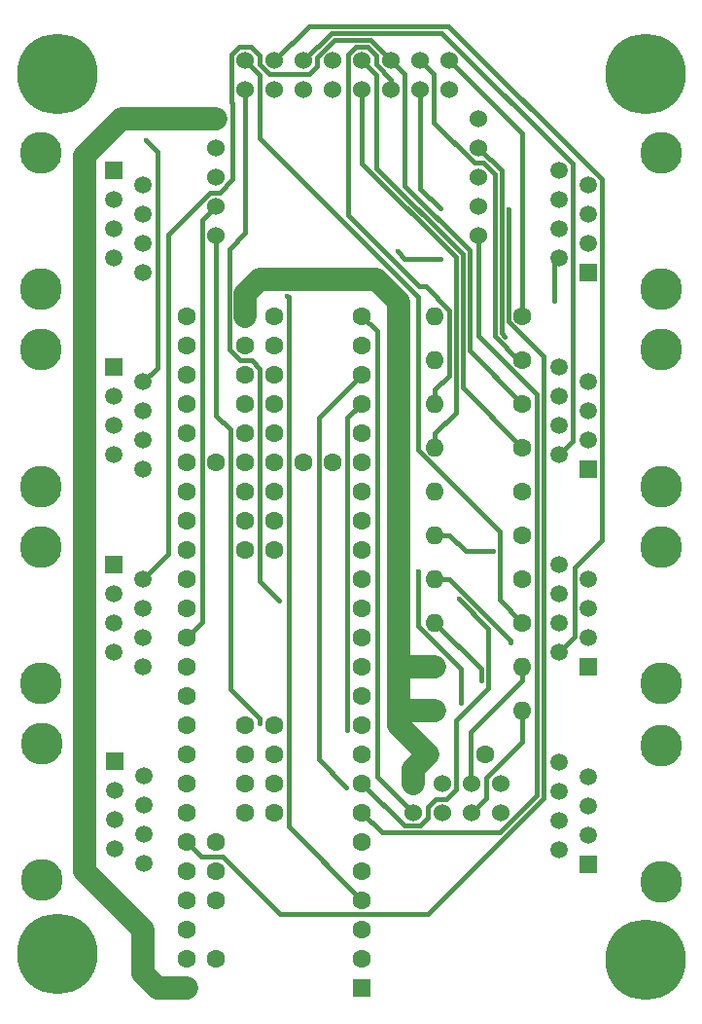
<source format=gtl>
G04 #@! TF.FileFunction,Copper,L1,Top,Signal*
%FSLAX46Y46*%
G04 Gerber Fmt 4.6, Leading zero omitted, Abs format (unit mm)*
G04 Created by KiCad (PCBNEW 4.0.6) date Thu May  4 15:18:22 2017*
%MOMM*%
%LPD*%
G01*
G04 APERTURE LIST*
%ADD10C,0.100000*%
%ADD11C,3.650000*%
%ADD12R,1.500000X1.500000*%
%ADD13C,1.500000*%
%ADD14C,7.000000*%
%ADD15C,1.600000*%
%ADD16R,1.600000X1.600000*%
%ADD17O,1.600000X1.600000*%
%ADD18C,1.524000*%
%ADD19C,0.400000*%
%ADD20C,0.400000*%
%ADD21C,2.000000*%
G04 APERTURE END LIST*
D10*
D11*
X181600000Y-118620000D03*
X181600000Y-130490000D03*
D12*
X175250000Y-129000000D03*
D13*
X172710000Y-127730000D03*
X175250000Y-126460000D03*
X172710000Y-125190000D03*
X175250000Y-123920000D03*
X172710000Y-122650000D03*
X175250000Y-121380000D03*
X172710000Y-120110000D03*
D14*
X180250000Y-60250000D03*
X180250000Y-137250000D03*
X129000000Y-60250000D03*
D11*
X127635000Y-78960000D03*
X127635000Y-67090000D03*
D12*
X133985000Y-68580000D03*
D13*
X136525000Y-69850000D03*
X133985000Y-71120000D03*
X136525000Y-72390000D03*
X133985000Y-73660000D03*
X136525000Y-74930000D03*
X133985000Y-76200000D03*
X136525000Y-77470000D03*
D11*
X127635000Y-96105000D03*
X127635000Y-84235000D03*
D12*
X133985000Y-85725000D03*
D13*
X136525000Y-86995000D03*
X133985000Y-88265000D03*
X136525000Y-89535000D03*
X133985000Y-90805000D03*
X136525000Y-92075000D03*
X133985000Y-93345000D03*
X136525000Y-94615000D03*
D11*
X127635000Y-113250000D03*
X127635000Y-101380000D03*
D12*
X133985000Y-102870000D03*
D13*
X136525000Y-104140000D03*
X133985000Y-105410000D03*
X136525000Y-106680000D03*
X133985000Y-107950000D03*
X136525000Y-109220000D03*
X133985000Y-110490000D03*
X136525000Y-111760000D03*
D11*
X127650000Y-130380000D03*
X127650000Y-118510000D03*
D12*
X134000000Y-120000000D03*
D13*
X136540000Y-121270000D03*
X134000000Y-122540000D03*
X136540000Y-123810000D03*
X134000000Y-125080000D03*
X136540000Y-126350000D03*
X134000000Y-127620000D03*
X136540000Y-128890000D03*
D11*
X181610000Y-67090000D03*
X181610000Y-78960000D03*
D12*
X175260000Y-77470000D03*
D13*
X172720000Y-76200000D03*
X175260000Y-74930000D03*
X172720000Y-73660000D03*
X175260000Y-72390000D03*
X172720000Y-71120000D03*
X175260000Y-69850000D03*
X172720000Y-68580000D03*
D11*
X181610000Y-84235000D03*
X181610000Y-96105000D03*
D12*
X175260000Y-94615000D03*
D13*
X172720000Y-93345000D03*
X175260000Y-92075000D03*
X172720000Y-90805000D03*
X175260000Y-89535000D03*
X172720000Y-88265000D03*
X175260000Y-86995000D03*
X172720000Y-85725000D03*
D11*
X181610000Y-101380000D03*
X181610000Y-113250000D03*
D12*
X175260000Y-111760000D03*
D13*
X172720000Y-110490000D03*
X175260000Y-109220000D03*
X172720000Y-107950000D03*
X175260000Y-106680000D03*
X172720000Y-105410000D03*
X175260000Y-104140000D03*
X172720000Y-102870000D03*
D15*
X155575000Y-99060000D03*
X155575000Y-96520000D03*
X155575000Y-93980000D03*
X155575000Y-91440000D03*
X155575000Y-101600000D03*
X155575000Y-104140000D03*
X155575000Y-106680000D03*
X155575000Y-88900000D03*
X155575000Y-86360000D03*
X155575000Y-83820000D03*
X155575000Y-81280000D03*
X153035000Y-93980000D03*
X150495000Y-93980000D03*
X147955000Y-93980000D03*
X145415000Y-93980000D03*
X142875000Y-93980000D03*
X140335000Y-81280000D03*
X140335000Y-83820000D03*
X140335000Y-86360000D03*
X140335000Y-88900000D03*
X140335000Y-91440000D03*
X140335000Y-93980000D03*
X140335000Y-96520000D03*
X140335000Y-99060000D03*
X155575000Y-109220000D03*
X155575000Y-111760000D03*
X155575000Y-114300000D03*
X155575000Y-116840000D03*
X155575000Y-119380000D03*
X155575000Y-121920000D03*
X155575000Y-124460000D03*
X155575000Y-127000000D03*
X155575000Y-129540000D03*
X155575000Y-132080000D03*
X155575000Y-134620000D03*
X155575000Y-137160000D03*
D16*
X155575000Y-139700000D03*
D15*
X140335000Y-101600000D03*
X140335000Y-104140000D03*
X140335000Y-106680000D03*
X140335000Y-109220000D03*
X140335000Y-111760000D03*
X140335000Y-114300000D03*
X140335000Y-116840000D03*
X140335000Y-119380000D03*
X140335000Y-121920000D03*
X140335000Y-124460000D03*
X140335000Y-127000000D03*
X140335000Y-129540000D03*
X140335000Y-132080000D03*
X140335000Y-134620000D03*
X140335000Y-137160000D03*
X140335000Y-139700000D03*
X142875000Y-137160000D03*
X142875000Y-132080000D03*
X142875000Y-129540000D03*
X142875000Y-127000000D03*
X147955000Y-124460000D03*
X147955000Y-121920000D03*
X147955000Y-119380000D03*
X147955000Y-116840000D03*
X147955000Y-101600000D03*
X147955000Y-99060000D03*
X147955000Y-96520000D03*
X147955000Y-91440000D03*
X147955000Y-88900000D03*
X147955000Y-86360000D03*
X147955000Y-83820000D03*
X147955000Y-81280000D03*
X145415000Y-81280000D03*
X145415000Y-83820000D03*
X145415000Y-86360000D03*
X145415000Y-88900000D03*
X145415000Y-91440000D03*
X145415000Y-96520000D03*
X145415000Y-99060000D03*
X145415000Y-101600000D03*
X145415000Y-116840000D03*
X145415000Y-119380000D03*
X145415000Y-121920000D03*
X145415000Y-124460000D03*
X169545000Y-85090000D03*
D17*
X161925000Y-85090000D03*
D15*
X169545000Y-88900000D03*
D17*
X161925000Y-88900000D03*
D15*
X169545000Y-92710000D03*
D17*
X161925000Y-92710000D03*
D15*
X169545000Y-96520000D03*
D17*
X161925000Y-96520000D03*
D15*
X169545000Y-100330000D03*
D17*
X161925000Y-100330000D03*
D15*
X169545000Y-104140000D03*
D17*
X161925000Y-104140000D03*
D15*
X169545000Y-107950000D03*
D17*
X161925000Y-107950000D03*
D18*
X167640000Y-124460000D03*
X167640000Y-121920000D03*
X165100000Y-124460000D03*
X165100000Y-121920000D03*
X162560000Y-124460000D03*
X162560000Y-121920000D03*
X160020000Y-124460000D03*
X160020000Y-121920000D03*
D14*
X129000000Y-136750000D03*
D15*
X169545000Y-81280000D03*
D17*
X161925000Y-81280000D03*
D18*
X142875000Y-64135000D03*
X142875000Y-66675000D03*
X142875000Y-69215000D03*
X142875000Y-71755000D03*
X142875000Y-74295000D03*
X165735000Y-64135000D03*
X165735000Y-66675000D03*
X165735000Y-69215000D03*
X165735000Y-71755000D03*
X165735000Y-74295000D03*
X163195000Y-61595000D03*
X163195000Y-59055000D03*
X160655000Y-61595000D03*
X160655000Y-59055000D03*
X158115000Y-61595000D03*
X158115000Y-59055000D03*
X155575000Y-61595000D03*
X155575000Y-59055000D03*
X153035000Y-61595000D03*
X153035000Y-59055000D03*
X150495000Y-61595000D03*
X150495000Y-59055000D03*
X147955000Y-61595000D03*
X147955000Y-59055000D03*
X145415000Y-61595000D03*
X145415000Y-59055000D03*
D15*
X161925000Y-111760000D03*
D17*
X169545000Y-111760000D03*
D15*
X161925000Y-115570000D03*
D17*
X169545000Y-115570000D03*
D15*
X161290000Y-119380000D03*
X166290000Y-119380000D03*
D19*
X146685000Y-116739400D03*
X168015300Y-83102100D03*
X163974400Y-105883000D03*
X149056200Y-79505300D03*
X168312100Y-71993600D03*
X162401700Y-71956200D03*
X162401700Y-76289600D03*
X158649400Y-75642800D03*
X136721700Y-65996600D03*
X158286000Y-76438900D03*
X172321900Y-79958800D03*
X166972200Y-101762200D03*
X168485200Y-109677200D03*
X165947200Y-113000900D03*
X148349900Y-106026400D03*
X154309600Y-117282800D03*
X154209000Y-122266700D03*
X164142600Y-114969400D03*
X160437500Y-103536400D03*
D20*
X146685000Y-116309800D02*
X146685000Y-116739400D01*
X144093700Y-113718500D02*
X146685000Y-116309800D01*
X144093700Y-91149900D02*
X144093700Y-113718500D01*
X142875000Y-89931200D02*
X144093700Y-91149900D01*
X142875000Y-74295000D02*
X142875000Y-89931200D01*
X167711800Y-82798600D02*
X168015300Y-83102100D01*
X167711800Y-68651800D02*
X167711800Y-82798600D01*
X165735000Y-66675000D02*
X167711800Y-68651800D01*
X159287100Y-125632100D02*
X155575000Y-121920000D01*
X160578800Y-125632100D02*
X159287100Y-125632100D01*
X161290100Y-124920800D02*
X160578800Y-125632100D01*
X161290100Y-124006200D02*
X161290100Y-124920800D01*
X161998700Y-123297600D02*
X161290100Y-124006200D01*
X162906100Y-123297600D02*
X161998700Y-123297600D01*
X163722400Y-122481300D02*
X162906100Y-123297600D01*
X163722400Y-116470200D02*
X163722400Y-122481300D01*
X166549400Y-113643200D02*
X163722400Y-116470200D01*
X166549400Y-108458000D02*
X166549400Y-113643200D01*
X163974400Y-105883000D02*
X166549400Y-108458000D01*
X157347400Y-126232400D02*
X155575000Y-124460000D01*
X167533500Y-126232400D02*
X157347400Y-126232400D01*
X170755700Y-123010200D02*
X167533500Y-126232400D01*
X170755700Y-88052500D02*
X170755700Y-123010200D01*
X165735000Y-83031800D02*
X170755700Y-88052500D01*
X165735000Y-74295000D02*
X165735000Y-83031800D01*
X149155400Y-79604500D02*
X149056200Y-79505300D01*
X149155400Y-125660400D02*
X149155400Y-79604500D01*
X155575000Y-132080000D02*
X149155400Y-125660400D01*
X141674600Y-107880400D02*
X140335000Y-109220000D01*
X141674700Y-107880400D02*
X141674600Y-107880400D01*
X141674700Y-72955300D02*
X141674700Y-107880400D01*
X142875000Y-71755000D02*
X141674700Y-72955300D01*
X168312200Y-71993600D02*
X168312100Y-71993600D01*
X168312200Y-81771500D02*
X168312200Y-71993600D01*
X171356100Y-84815400D02*
X168312200Y-81771500D01*
X171356100Y-123261100D02*
X171356100Y-84815400D01*
X161318600Y-133298600D02*
X171356100Y-123261100D01*
X148433800Y-133298600D02*
X161318600Y-133298600D01*
X143405200Y-128270000D02*
X148433800Y-133298600D01*
X141605000Y-128270000D02*
X143405200Y-128270000D01*
X140335000Y-127000000D02*
X141605000Y-128270000D01*
X169545000Y-65405000D02*
X169545000Y-81280000D01*
X163195000Y-59055000D02*
X169545000Y-65405000D01*
X160655000Y-70209500D02*
X162401700Y-71956200D01*
X160655000Y-61595000D02*
X160655000Y-70209500D01*
X159296200Y-76289600D02*
X158649400Y-75642800D01*
X162401700Y-76289600D02*
X159296200Y-76289600D01*
X169154300Y-85090000D02*
X169545000Y-85090000D01*
X167111500Y-83047200D02*
X169154300Y-85090000D01*
X167111500Y-68945400D02*
X167111500Y-83047200D01*
X166111100Y-67945000D02*
X167111500Y-68945400D01*
X165324700Y-67945000D02*
X166111100Y-67945000D01*
X161835600Y-64455900D02*
X165324700Y-67945000D01*
X161835600Y-60235600D02*
X161835600Y-64455900D01*
X160655000Y-59055000D02*
X161835600Y-60235600D01*
X137731600Y-85788400D02*
X136525000Y-86995000D01*
X137731600Y-67006500D02*
X137731600Y-85788400D01*
X136721700Y-65996600D02*
X137731600Y-67006500D01*
X161925000Y-88900000D02*
X161925000Y-87699700D01*
X154396000Y-72548900D02*
X158286000Y-76438900D01*
X154396000Y-58510800D02*
X154396000Y-72548900D01*
X155033000Y-57873800D02*
X154396000Y-58510800D01*
X156066900Y-57873800D02*
X155033000Y-57873800D01*
X156791100Y-58598000D02*
X156066900Y-57873800D01*
X156791100Y-59422000D02*
X156791100Y-58598000D01*
X158115000Y-60745900D02*
X156791100Y-59422000D01*
X158115000Y-61595000D02*
X158115000Y-60745900D01*
X163148100Y-86476600D02*
X161925000Y-87699700D01*
X163148100Y-80780500D02*
X163148100Y-86476600D01*
X161092600Y-78725000D02*
X163148100Y-80780500D01*
X160572100Y-78725000D02*
X161092600Y-78725000D01*
X158286000Y-76438900D02*
X160572100Y-78725000D01*
X159305500Y-60245500D02*
X158115000Y-59055000D01*
X159305500Y-69943300D02*
X159305500Y-60245500D01*
X164949300Y-75587100D02*
X159305500Y-69943300D01*
X164949300Y-84304300D02*
X164949300Y-75587100D01*
X169545000Y-88900000D02*
X164949300Y-84304300D01*
X156333400Y-57273400D02*
X158115000Y-59055000D01*
X153149200Y-57273400D02*
X156333400Y-57273400D01*
X151657400Y-58765200D02*
X153149200Y-57273400D01*
X151657400Y-59545200D02*
X151657400Y-58765200D01*
X150949200Y-60253400D02*
X151657400Y-59545200D01*
X147462500Y-60253400D02*
X150949200Y-60253400D01*
X146631100Y-59422000D02*
X147462500Y-60253400D01*
X146631100Y-58620100D02*
X146631100Y-59422000D01*
X145893800Y-57882800D02*
X146631100Y-58620100D01*
X144910800Y-57882800D02*
X145893800Y-57882800D01*
X144209100Y-58584500D02*
X144910800Y-57882800D01*
X144209100Y-62691100D02*
X144209100Y-58584500D01*
X144319300Y-62801300D02*
X144209100Y-62691100D01*
X144319300Y-69420000D02*
X144319300Y-62801300D01*
X143180100Y-70559200D02*
X144319300Y-69420000D01*
X142338000Y-70559200D02*
X143180100Y-70559200D01*
X138668600Y-74228600D02*
X142338000Y-70559200D01*
X138668600Y-101996400D02*
X138668600Y-74228600D01*
X136525000Y-104140000D02*
X138668600Y-101996400D01*
X163748400Y-89686300D02*
X161925000Y-91509700D01*
X163748400Y-76174000D02*
X163748400Y-89686300D01*
X155575000Y-68000600D02*
X163748400Y-76174000D01*
X155575000Y-61595000D02*
X155575000Y-68000600D01*
X161925000Y-92710000D02*
X161925000Y-91509700D01*
X156845000Y-60325000D02*
X155575000Y-59055000D01*
X156845000Y-68409000D02*
X156845000Y-60325000D01*
X164348900Y-75912900D02*
X156845000Y-68409000D01*
X164348900Y-87513900D02*
X164348900Y-75912900D01*
X169545000Y-92710000D02*
X164348900Y-87513900D01*
X172321900Y-76598100D02*
X172321900Y-79958800D01*
X172720000Y-76200000D02*
X172321900Y-76598100D01*
X164557500Y-101762200D02*
X166972200Y-101762200D01*
X163125300Y-100330000D02*
X164557500Y-101762200D01*
X161925000Y-100330000D02*
X163125300Y-100330000D01*
X173870400Y-92194600D02*
X172720000Y-93345000D01*
X173870400Y-68040400D02*
X173870400Y-92194600D01*
X162503100Y-56673100D02*
X173870400Y-68040400D01*
X152876900Y-56673100D02*
X162503100Y-56673100D01*
X150495000Y-59055000D02*
X152876900Y-56673100D01*
X161925000Y-104140000D02*
X163125300Y-104140000D01*
X168485200Y-109499900D02*
X163125300Y-104140000D01*
X168485200Y-109677200D02*
X168485200Y-109499900D01*
X174054800Y-109155200D02*
X172720000Y-110490000D01*
X174054800Y-103162200D02*
X174054800Y-109155200D01*
X176419900Y-100797100D02*
X174054800Y-103162200D01*
X176419900Y-69382000D02*
X176419900Y-100797100D01*
X163110600Y-56072700D02*
X176419900Y-69382000D01*
X150937300Y-56072700D02*
X163110600Y-56072700D01*
X147955000Y-59055000D02*
X150937300Y-56072700D01*
X165947200Y-111972200D02*
X165947200Y-113000900D01*
X161925000Y-107950000D02*
X165947200Y-111972200D01*
X146685000Y-104361500D02*
X148349900Y-106026400D01*
X146685000Y-85903900D02*
X146685000Y-104361500D01*
X145940700Y-85159600D02*
X146685000Y-85903900D01*
X144983600Y-85159600D02*
X145940700Y-85159600D01*
X143998400Y-84174400D02*
X144983600Y-85159600D01*
X143998400Y-75473600D02*
X143998400Y-84174400D01*
X145415000Y-74057000D02*
X143998400Y-75473600D01*
X145415000Y-61595000D02*
X145415000Y-74057000D01*
X167582600Y-105987600D02*
X169545000Y-107950000D01*
X167582600Y-100065200D02*
X167582600Y-105987600D01*
X160476100Y-92958700D02*
X167582600Y-100065200D01*
X160476100Y-79651100D02*
X160476100Y-92958700D01*
X146685000Y-65860000D02*
X160476100Y-79651100D01*
X146685000Y-60325000D02*
X146685000Y-65860000D01*
X145415000Y-59055000D02*
X146685000Y-60325000D01*
D21*
X134620000Y-64135000D02*
X142875000Y-64135000D01*
X131445000Y-67310000D02*
X134620000Y-64135000D01*
X131445000Y-129540000D02*
X131445000Y-67310000D01*
X136525000Y-134620000D02*
X131445000Y-129540000D01*
X136525000Y-138430000D02*
X136525000Y-134620000D01*
X137795000Y-139700000D02*
X136525000Y-138430000D01*
X140335000Y-139700000D02*
X137795000Y-139700000D01*
X161925000Y-111760000D02*
X158750000Y-111760000D01*
X161925000Y-115570000D02*
X158750000Y-115570000D01*
X160020000Y-120650000D02*
X161290000Y-119380000D01*
X160020000Y-121920000D02*
X160020000Y-120650000D01*
X158750000Y-116840000D02*
X161290000Y-119380000D01*
X158750000Y-115570000D02*
X158750000Y-116840000D01*
X158750000Y-80010000D02*
X158750000Y-111760000D01*
X156845000Y-78105000D02*
X158750000Y-80010000D01*
X146685000Y-78105000D02*
X156845000Y-78105000D01*
X145415000Y-79375000D02*
X146685000Y-78105000D01*
X145415000Y-81280000D02*
X145415000Y-79375000D01*
X158750000Y-111760000D02*
X158750000Y-115570000D01*
D20*
X165025800Y-117479500D02*
X169545000Y-112960300D01*
X165025800Y-121845800D02*
X165025800Y-117479500D01*
X165100000Y-121920000D02*
X165025800Y-121845800D01*
X169545000Y-111760000D02*
X169545000Y-112960300D01*
X166370000Y-123190000D02*
X165100000Y-124460000D01*
X166370000Y-121471300D02*
X166370000Y-123190000D01*
X169545000Y-118296300D02*
X166370000Y-121471300D01*
X169545000Y-115570000D02*
X169545000Y-118296300D01*
X154309600Y-90165400D02*
X154309600Y-117282800D01*
X155575000Y-88900000D02*
X154309600Y-90165400D01*
X151827800Y-119885500D02*
X154209000Y-122266700D01*
X151827800Y-90107200D02*
X151827800Y-119885500D01*
X155575000Y-86360000D02*
X151827800Y-90107200D01*
X160437500Y-108261100D02*
X160437500Y-103536400D01*
X164142600Y-111966200D02*
X160437500Y-108261100D01*
X164142600Y-114969400D02*
X164142600Y-111966200D01*
X156914600Y-82619600D02*
X155575000Y-81280000D01*
X156914600Y-121354600D02*
X156914600Y-82619600D01*
X160020000Y-124460000D02*
X156914600Y-121354600D01*
M02*

</source>
